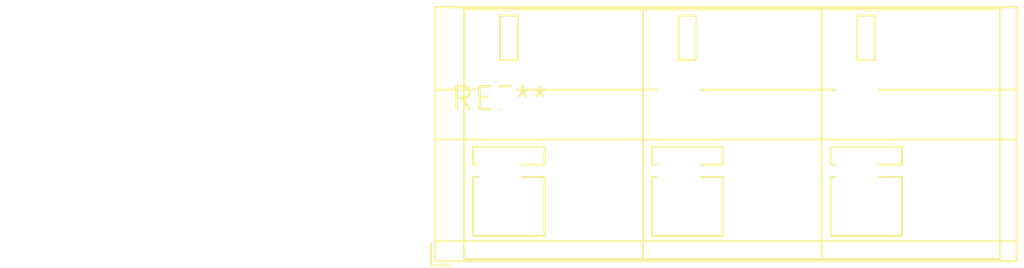
<source format=kicad_pcb>
(kicad_pcb (version 20240108) (generator pcbnew)
  (layers (0 "F.Cu" signal) (31 "B.Cu" signal) (34 "B.Paste" user) (35 "F.Paste" user) (36 "B.SilkS" user "B.Silkscreen") (37 "F.SilkS" user "F.Silkscreen") (38 "B.Mask" user) (39 "F.Mask" user) (44 "Edge.Cuts" user))
  (net 0 "")
  (footprint "TerminalBlock_WAGO_236-603_1x03_P10.00mm_45Degree" (layer "F.Cu") (at 0 0)
    (property "Reference" "REF**")
    (property "Value" "TerminalBlock_WAGO_236-603_1x03_P10.00mm_45Degree")
    (fp_line (start -3.86 8.12) (end -3.86 9.36) (layer "F.SilkS") (stroke (width 0.12)))
    (fp_line (start -3.86 9.36) (end -2.86 9.36) (layer "F.SilkS") (stroke (width 0.12)))
    (fp_line (start -3.62 -5.12) (end -3.62 9.12) (layer "F.SilkS") (stroke (width 0.12)))
    (fp_line (start -3.62 -5.12) (end 28.92 -5.12) (layer "F.SilkS") (stroke (width 0.12)))
    (fp_line (start -3.62 -0.5) (end -1.23 -0.5) (layer "F.SilkS") (stroke (width 0.12)))
    (fp_line (start -3.62 2.3) (end 28.92 2.3) (layer "F.SilkS") (stroke (width 0.12)))
    (fp_line (start -3.62 8) (end 28.92 8) (layer "F.SilkS") (stroke (width 0.12)))
    (fp_line (start -3.62 9.12) (end 28.92 9.12) (layer "F.SilkS") (stroke (width 0.12)))
    (fp_line (start -2 -5) (end -2 9) (layer "F.SilkS") (stroke (width 0.12)))
    (fp_line (start -2 -5) (end 8 -5) (layer "F.SilkS") (stroke (width 0.12)))
    (fp_line (start -2 9) (end 8 9) (layer "F.SilkS") (stroke (width 0.12)))
    (fp_line (start -1.5 2.7) (end -1.5 3.7) (layer "F.SilkS") (stroke (width 0.12)))
    (fp_line (start -1.5 2.7) (end 2.5 2.7) (layer "F.SilkS") (stroke (width 0.12)))
    (fp_line (start -1.5 3.7) (end -1.23 3.7) (layer "F.SilkS") (stroke (width 0.12)))
    (fp_line (start -1.5 4.4) (end -1.5 7.7) (layer "F.SilkS") (stroke (width 0.12)))
    (fp_line (start -1.5 4.4) (end -1.23 4.4) (layer "F.SilkS") (stroke (width 0.12)))
    (fp_line (start -1.5 7.7) (end 2.5 7.7) (layer "F.SilkS") (stroke (width 0.12)))
    (fp_line (start 0 -4.65) (end 0 -2.151) (layer "F.SilkS") (stroke (width 0.12)))
    (fp_line (start 0 -4.65) (end 1 -4.65) (layer "F.SilkS") (stroke (width 0.12)))
    (fp_line (start 0 -2.151) (end 1 -2.151) (layer "F.SilkS") (stroke (width 0.12)))
    (fp_line (start 1 -4.65) (end 1 -2.151) (layer "F.SilkS") (stroke (width 0.12)))
    (fp_line (start 1.23 -0.5) (end 8.77 -0.5) (layer "F.SilkS") (stroke (width 0.12)))
    (fp_line (start 1.23 3.7) (end 2.5 3.7) (layer "F.SilkS") (stroke (width 0.12)))
    (fp_line (start 1.23 4.4) (end 2.5 4.4) (layer "F.SilkS") (stroke (width 0.12)))
    (fp_line (start 2.5 2.7) (end 2.5 3.7) (layer "F.SilkS") (stroke (width 0.12)))
    (fp_line (start 2.5 4.4) (end 2.5 7.7) (layer "F.SilkS") (stroke (width 0.12)))
    (fp_line (start 8 -5) (end 8 9) (layer "F.SilkS") (stroke (width 0.12)))
    (fp_line (start 8 -5) (end 8 9) (layer "F.SilkS") (stroke (width 0.12)))
    (fp_line (start 8 -5) (end 18 -5) (layer "F.SilkS") (stroke (width 0.12)))
    (fp_line (start 8 9) (end 18 9) (layer "F.SilkS") (stroke (width 0.12)))
    (fp_line (start 8.5 2.7) (end 8.5 3.7) (layer "F.SilkS") (stroke (width 0.12)))
    (fp_line (start 8.5 2.7) (end 12.5 2.7) (layer "F.SilkS") (stroke (width 0.12)))
    (fp_line (start 8.5 3.7) (end 8.77 3.7) (layer "F.SilkS") (stroke (width 0.12)))
    (fp_line (start 8.5 4.4) (end 8.5 7.7) (layer "F.SilkS") (stroke (width 0.12)))
    (fp_line (start 8.5 4.4) (end 8.77 4.4) (layer "F.SilkS") (stroke (width 0.12)))
    (fp_line (start 8.5 7.7) (end 12.5 7.7) (layer "F.SilkS") (stroke (width 0.12)))
    (fp_line (start 10 -4.65) (end 10 -2.151) (layer "F.SilkS") (stroke (width 0.12)))
    (fp_line (start 10 -4.65) (end 11 -4.65) (layer "F.SilkS") (stroke (width 0.12)))
    (fp_line (start 10 -2.151) (end 11 -2.151) (layer "F.SilkS") (stroke (width 0.12)))
    (fp_line (start 11 -4.65) (end 11 -2.151) (layer "F.SilkS") (stroke (width 0.12)))
    (fp_line (start 11.23 -0.5) (end 18.77 -0.5) (layer "F.SilkS") (stroke (width 0.12)))
    (fp_line (start 11.23 3.7) (end 12.5 3.7) (layer "F.SilkS") (stroke (width 0.12)))
    (fp_line (start 11.23 4.4) (end 12.5 4.4) (layer "F.SilkS") (stroke (width 0.12)))
    (fp_line (start 12.5 2.7) (end 12.5 3.7) (layer "F.SilkS") (stroke (width 0.12)))
    (fp_line (start 12.5 4.4) (end 12.5 7.7) (layer "F.SilkS") (stroke (width 0.12)))
    (fp_line (start 18 -5) (end 18 9) (layer "F.SilkS") (stroke (width 0.12)))
    (fp_line (start 18 -5) (end 18 9) (layer "F.SilkS") (stroke (width 0.12)))
    (fp_line (start 18 -5) (end 28 -5) (layer "F.SilkS") (stroke (width 0.12)))
    (fp_line (start 18 9) (end 28 9) (layer "F.SilkS") (stroke (width 0.12)))
    (fp_line (start 18.5 2.7) (end 18.5 3.7) (layer "F.SilkS") (stroke (width 0.12)))
    (fp_line (start 18.5 2.7) (end 22.5 2.7) (layer "F.SilkS") (stroke (width 0.12)))
    (fp_line (start 18.5 3.7) (end 18.77 3.7) (layer "F.SilkS") (stroke (width 0.12)))
    (fp_line (start 18.5 4.4) (end 18.5 7.7) (layer "F.SilkS") (stroke (width 0.12)))
    (fp_line (start 18.5 4.4) (end 18.77 4.4) (layer "F.SilkS") (stroke (width 0.12)))
    (fp_line (start 18.5 7.7) (end 22.5 7.7) (layer "F.SilkS") (stroke (width 0.12)))
    (fp_line (start 20 -4.65) (end 20 -2.151) (layer "F.SilkS") (stroke (width 0.12)))
    (fp_line (start 20 -4.65) (end 21 -4.65) (layer "F.SilkS") (stroke (width 0.12)))
    (fp_line (start 20 -2.151) (end 21 -2.151) (layer "F.SilkS") (stroke (width 0.12)))
    (fp_line (start 21 -4.65) (end 21 -2.151) (layer "F.SilkS") (stroke (width 0.12)))
    (fp_line (start 21.23 -0.5) (end 28.92 -0.5) (layer "F.SilkS") (stroke (width 0.12)))
    (fp_line (start 21.23 3.7) (end 22.5 3.7) (layer "F.SilkS") (stroke (width 0.12)))
    (fp_line (start 21.23 4.4) (end 22.5 4.4) (layer "F.SilkS") (stroke (width 0.12)))
    (fp_line (start 22.5 2.7) (end 22.5 3.7) (layer "F.SilkS") (stroke (width 0.12)))
    (fp_line (start 22.5 4.4) (end 22.5 7.7) (layer "F.SilkS") (stroke (width 0.12)))
    (fp_line (start 28 -5) (end 28 9) (layer "F.SilkS") (stroke (width 0.12)))
    (fp_line (start 28.92 -5.12) (end 28.92 9.12) (layer "F.SilkS") (stroke (width 0.12)))
    (pad "1" thru_hole rect (at 0 0) (size 1.5 3) (drill 1.15) (layers *.Cu *.Mask) (remove_unused_layers))
    (pad "1" thru_hole rect (at 0 5) (size 1.5 3) (drill 1.15) (layers *.Cu *.Mask) (remove_unused_layers))
    (pad "2" thru_hole oval (at 10 0) (size 1.5 3) (drill 1.15) (layers *.Cu *.Mask) (remove_unused_layers))
    (pad "2" thru_hole oval (at 10 5) (size 1.5 3) (drill 1.15) (layers *.Cu *.Mask) (remove_unused_layers))
    (pad "3" thru_hole oval (at 20 0) (size 1.5 3) (drill 1.15) (layers *.Cu *.Mask) (remove_unused_layers))
    (pad "3" thru_hole oval (at 20 5) (size 1.5 3) (drill 1.15) (layers *.Cu *.Mask) (remove_unused_layers))
  )
)
</source>
